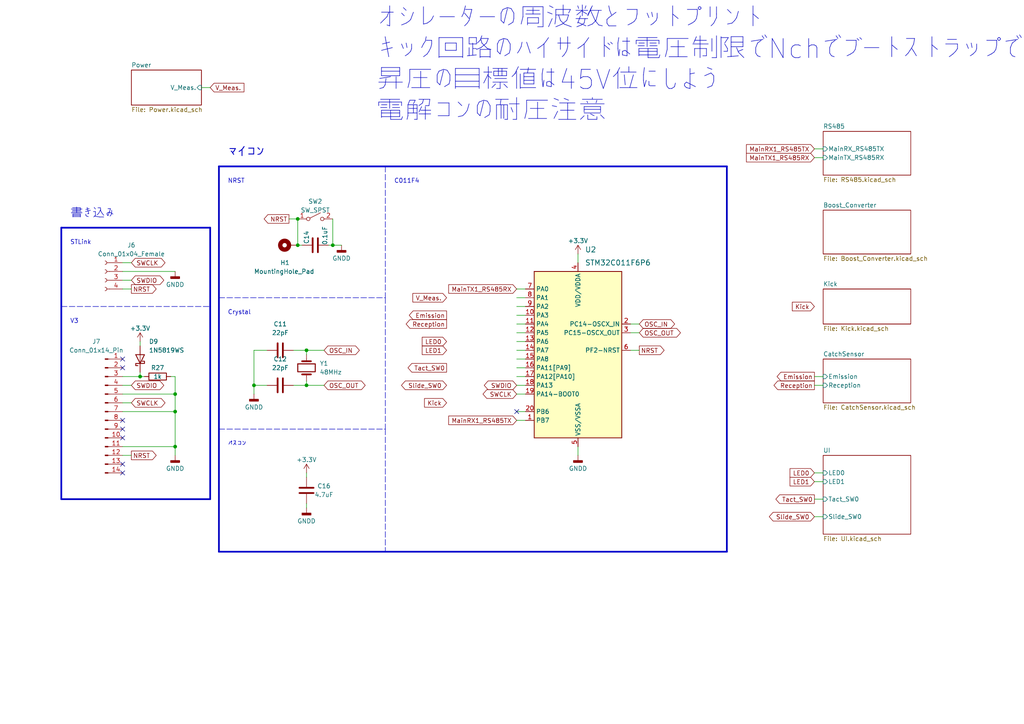
<source format=kicad_sch>
(kicad_sch (version 20230121) (generator eeschema)
  (paper "A4")
  (lib_symbols
    (symbol "Connector:Conn_01x04_Female" (pin_names (offset 1.016) hide)
      (property "Reference" "J" (at 0 5.08 0))
      (property "Value" "Conn_01x04_Female" (at 0 -7.62 0))
      (symbol "Conn_01x04_Female_1_1"
        (arc (start 0 -4.572) (mid -0.5058 -5.08) (end 0 -5.588) (stroke (width 0.1524)))
        (arc (start 0 -2.032) (mid -0.5058 -2.54) (end 0 -3.048) (stroke (width 0.1524)))
        (polyline (pts (xy -1.27 -5.08) (xy -0.508 -5.08)) (stroke (width 0.1524)))
        (polyline (pts (xy -1.27 -2.54) (xy -0.508 -2.54)) (stroke (width 0.1524)))
        (polyline (pts (xy -1.27 0) (xy -0.508 0)) (stroke (width 0.1524)))
        (polyline (pts (xy -1.27 2.54) (xy -0.508 2.54)) (stroke (width 0.1524)))
        (arc (start 0 0.508) (mid -0.5058 0) (end 0 -0.508) (stroke (width 0.1524)))
        (arc (start 0 3.048) (mid -0.5058 2.54) (end 0 2.032) (stroke (width 0.1524)))
        (pin passive line (at -5.08 2.54 0) (length 3.81) (name "Pin_1") (number "1"))
        (pin passive line (at -5.08 0 0) (length 3.81) (name "Pin_2") (number "2"))
        (pin passive line (at -5.08 -2.54 0) (length 3.81) (name "Pin_3") (number "3"))
        (pin passive line (at -5.08 -5.08 0) (length 3.81) (name "Pin_4") (number "4"))
      )
    )
    (symbol "Connector:Conn_01x14_Pin" (pin_names (offset 1.016) hide)
      (property "Reference" "J" (at 0 17.78 0))
      (property "Value" "Conn_01x14_Pin" (at 0 -20.32 0))
      (symbol "Conn_01x14_Pin_1_1"
        (polyline (pts (xy 1.27 -17.78) (xy 0.8636 -17.78)) (stroke (width 0.1524)))
        (polyline (pts (xy 1.27 -15.24) (xy 0.8636 -15.24)) (stroke (width 0.1524)))
        (polyline (pts (xy 1.27 -12.7) (xy 0.8636 -12.7)) (stroke (width 0.1524)))
        (polyline (pts (xy 1.27 -10.16) (xy 0.8636 -10.16)) (stroke (width 0.1524)))
        (polyline (pts (xy 1.27 -7.62) (xy 0.8636 -7.62)) (stroke (width 0.1524)))
        (polyline (pts (xy 1.27 -5.08) (xy 0.8636 -5.08)) (stroke (width 0.1524)))
        (polyline (pts (xy 1.27 -2.54) (xy 0.8636 -2.54)) (stroke (width 0.1524)))
        (polyline (pts (xy 1.27 0) (xy 0.8636 0)) (stroke (width 0.1524)))
        (polyline (pts (xy 1.27 2.54) (xy 0.8636 2.54)) (stroke (width 0.1524)))
        (polyline (pts (xy 1.27 5.08) (xy 0.8636 5.08)) (stroke (width 0.1524)))
        (polyline (pts (xy 1.27 7.62) (xy 0.8636 7.62)) (stroke (width 0.1524)))
        (polyline (pts (xy 1.27 10.16) (xy 0.8636 10.16)) (stroke (width 0.1524)))
        (polyline (pts (xy 1.27 12.7) (xy 0.8636 12.7)) (stroke (width 0.1524)))
        (polyline (pts (xy 1.27 15.24) (xy 0.8636 15.24)) (stroke (width 0.1524)))
        (rectangle (start 0.8636 -17.653) (end 0 -17.907) (stroke (width 0.1524)) (fill (type outline)))
        (rectangle (start 0.8636 -15.113) (end 0 -15.367) (stroke (width 0.1524)) (fill (type outline)))
        (rectangle (start 0.8636 -12.573) (end 0 -12.827) (stroke (width 0.1524)) (fill (type outline)))
        (rectangle (start 0.8636 -10.033) (end 0 -10.287) (stroke (width 0.1524)) (fill (type outline)))
        (rectangle (start 0.8636 -7.493) (end 0 -7.747) (stroke (width 0.1524)) (fill (type outline)))
        (rectangle (start 0.8636 -4.953) (end 0 -5.207) (stroke (width 0.1524)) (fill (type outline)))
        (rectangle (start 0.8636 -2.413) (end 0 -2.667) (stroke (width 0.1524)) (fill (type outline)))
        (rectangle (start 0.8636 0.127) (end 0 -0.127) (stroke (width 0.1524)) (fill (type outline)))
        (rectangle (start 0.8636 2.667) (end 0 2.413) (stroke (width 0.1524)) (fill (type outline)))
        (rectangle (start 0.8636 5.207) (end 0 4.953) (stroke (width 0.1524)) (fill (type outline)))
        (rectangle (start 0.8636 7.747) (end 0 7.493) (stroke (width 0.1524)) (fill (type outline)))
        (rectangle (start 0.8636 10.287) (end 0 10.033) (stroke (width 0.1524)) (fill (type outline)))
        (rectangle (start 0.8636 12.827) (end 0 12.573) (stroke (width 0.1524)) (fill (type outline)))
        (rectangle (start 0.8636 15.367) (end 0 15.113) (stroke (width 0.1524)) (fill (type outline)))
        (pin passive line (at 5.08 15.24 180) (length 3.81) (name "Pin_1") (number "1"))
        (pin passive line (at 5.08 -7.62 180) (length 3.81) (name "Pin_10") (number "10"))
        (pin passive line (at 5.08 -10.16 180) (length 3.81) (name "Pin_11") (number "11"))
        (pin passive line (at 5.08 -12.7 180) (length 3.81) (name "Pin_12") (number "12"))
        (pin passive line (at 5.08 -15.24 180) (length 3.81) (name "Pin_13") (number "13"))
        (pin passive line (at 5.08 -17.78 180) (length 3.81) (name "Pin_14") (number "14"))
        (pin passive line (at 5.08 12.7 180) (length 3.81) (name "Pin_2") (number "2"))
        (pin passive line (at 5.08 10.16 180) (length 3.81) (name "Pin_3") (number "3"))
        (pin passive line (at 5.08 7.62 180) (length 3.81) (name "Pin_4") (number "4"))
        (pin passive line (at 5.08 5.08 180) (length 3.81) (name "Pin_5") (number "5"))
        (pin passive line (at 5.08 2.54 180) (length 3.81) (name "Pin_6") (number "6"))
        (pin passive line (at 5.08 0 180) (length 3.81) (name "Pin_7") (number "7"))
        (pin passive line (at 5.08 -2.54 180) (length 3.81) (name "Pin_8") (number "8"))
        (pin passive line (at 5.08 -5.08 180) (length 3.81) (name "Pin_9") (number "9"))
      )
    )
    (symbol "D_Schottky_3" (pin_numbers hide) (pin_names (offset 1.016) hide)
      (property "Reference" "D" (at 0 2.54 0))
      (property "Value" "D_Schottky_3" (at 0 -2.54 0))
      (symbol "D_Schottky_3_0_1"
        (polyline (pts (xy 1.27 0) (xy -1.27 0)))
        (polyline (pts (xy 1.27 1.27) (xy 1.27 -1.27) (xy -1.27 0) (xy 1.27 1.27)) (stroke (width 0.254)))
        (polyline (pts (xy -1.905 0.635) (xy -1.905 1.27) (xy -1.27 1.27) (xy -1.27 -1.27) (xy -0.635 -1.27) (xy -0.635 -0.635)) (stroke (width 0.254)))
      )
      (symbol "D_Schottky_3_1_1"
        (pin passive line (at -3.81 0 0) (length 2.54) (name "K") (number "1"))
        (pin passive line (at 3.81 0 180) (length 2.54) (name "A") (number "2"))
      )
    )
    (symbol "Device:C" (pin_numbers hide) (pin_names (offset 0.254))
      (property "Reference" "C" (at 0.635 2.54 0))
      (property "Value" "C" (at 0.635 -2.54 0))
      (symbol "C_0_1"
        (polyline (pts (xy -2.032 -0.762) (xy 2.032 -0.762)) (stroke (width 0.508)))
        (polyline (pts (xy -2.032 0.762) (xy 2.032 0.762)) (stroke (width 0.508)))
      )
      (symbol "C_1_1"
        (pin passive line (at 0 3.81 270) (length 2.794) (name "~") (number "1"))
        (pin passive line (at 0 -3.81 90) (length 2.794) (name "~") (number "2"))
      )
    )
    (symbol "Device:Crystal" (pin_numbers hide) (pin_names (offset 1.016) hide)
      (property "Reference" "Y" (at 0 3.81 0))
      (property "Value" "Crystal" (at 0 -3.81 0))
      (symbol "Crystal_0_1"
        (rectangle (start -1.143 2.54) (end 1.143 -2.54) (stroke (width 0.3048)))
        (polyline (pts (xy -2.54 0) (xy -1.905 0)))
        (polyline (pts (xy -1.905 -1.27) (xy -1.905 1.27)) (stroke (width 0.508)))
        (polyline (pts (xy 1.905 -1.27) (xy 1.905 1.27)) (stroke (width 0.508)))
        (polyline (pts (xy 2.54 0) (xy 1.905 0)))
      )
      (symbol "Crystal_1_1"
        (pin passive line (at -3.81 0 0) (length 1.27) (name "1") (number "1"))
        (pin passive line (at 3.81 0 180) (length 1.27) (name "2") (number "2"))
      )
    )
    (symbol "Device:R" (pin_numbers hide) (pin_names (offset 0))
      (property "Reference" "R" (at 2.032 0 90))
      (property "Value" "R" (at 0 0 90))
      (symbol "R_0_1"
        (rectangle (start -1.016 -2.54) (end 1.016 2.54) (stroke (width 0.254)))
      )
      (symbol "R_1_1"
        (pin passive line (at 0 3.81 270) (length 1.27) (name "~") (number "1"))
        (pin passive line (at 0 -3.81 90) (length 1.27) (name "~") (number "2"))
      )
    )
    (symbol "Mechanical:MountingHole_Pad" (pin_numbers hide) (pin_names (offset 1.016) hide)
      (property "Reference" "H" (at 0 6.35 0))
      (property "Value" "MountingHole_Pad" (at 0 4.445 0))
      (symbol "MountingHole_Pad_0_1"
        (circle (center 0 1.27) (radius 1.27) (stroke (width 1.27)))
      )
      (symbol "MountingHole_Pad_1_1"
        (pin input line (at 0 -2.54 90) (length 2.54) (name "1") (number "1"))
      )
    )
    (symbol "STM32C011F4P6:STM32C011F4P6"
      (property "Reference" "U" (at 12.7 27.94 0))
      (property "Value" "STM32C011F4P6" (at 12.7 25.4 0))
      (symbol "STM32C011F4P6_0_1"
        (rectangle (start -12.7 22.86) (end 12.7 -25.4) (stroke (width 0.254)) (fill (type background)))
        (pin bidirectional line (at -15.24 -20.32 0) (length 2.54) (name "PB7") (number "1"))
        (pin bidirectional line (at -15.24 10.16 0) (length 2.54) (name "PA3") (number "10"))
        (pin bidirectional line (at -15.24 7.62 0) (length 2.54) (name "PA4") (number "11"))
        (pin bidirectional line (at -15.24 5.08 0) (length 2.54) (name "PA5") (number "12"))
        (pin bidirectional line (at -15.24 2.54 0) (length 2.54) (name "PA6") (number "13"))
        (pin bidirectional line (at -15.24 0 0) (length 2.54) (name "PA7") (number "14"))
        (pin bidirectional line (at -15.24 -2.54 0) (length 2.54) (name "PA8") (number "15"))
        (pin bidirectional line (at -15.24 -5.08 0) (length 2.54) (name "PA11[PA9]") (number "16"))
        (pin bidirectional line (at -15.24 -7.62 0) (length 2.54) (name "PA12[PA10]") (number "17"))
        (pin bidirectional line (at -15.24 -10.16 0) (length 2.54) (name "PA13") (number "18"))
        (pin bidirectional line (at -15.24 -12.7 0) (length 2.54) (name "PA14-BOOT0") (number "19"))
        (pin bidirectional line (at 15.24 7.62 180) (length 2.54) (name "PC14-OSCX_IN") (number "2"))
        (pin bidirectional line (at -15.24 -17.78 0) (length 2.54) (name "PB6") (number "20"))
        (pin bidirectional line (at 15.24 5.08 180) (length 2.54) (name "PC15-OSCX_OUT") (number "3"))
        (pin power_in line (at 0 25.4 270) (length 2.54) (name "VDD/VDDA") (number "4"))
        (pin power_in line (at 0 -27.94 90) (length 2.54) (name "VSS/VSSA") (number "5"))
        (pin bidirectional line (at 15.24 0 180) (length 2.54) (name "PF2-NRST") (number "6"))
        (pin bidirectional line (at -15.24 17.78 0) (length 2.54) (name "PA0") (number "7"))
        (pin bidirectional line (at -15.24 15.24 0) (length 2.54) (name "PA1") (number "8"))
        (pin bidirectional line (at -15.24 12.7 0) (length 2.54) (name "PA2") (number "9"))
      )
    )
    (symbol "Switch:SW_SPST" (pin_names (offset 0) hide)
      (property "Reference" "SW" (at 0 3.175 0))
      (property "Value" "SW_SPST" (at 0 -2.54 0))
      (symbol "SW_SPST_0_0"
        (circle (center -2.032 0) (radius 0.508))
        (polyline (pts (xy -1.524 0.254) (xy 1.524 1.778)))
        (circle (center 2.032 0) (radius 0.508))
      )
      (symbol "SW_SPST_1_1"
        (pin passive line (at -5.08 0 0) (length 2.54) (name "A") (number "1"))
        (pin passive line (at 5.08 0 180) (length 2.54) (name "B") (number "2"))
      )
    )
    (symbol "power:+3.3V" (power) (pin_names (offset 0))
      (property "Value" "+3.3V" (at 0 3.556 0))
      (symbol "+3.3V_0_1"
        (polyline (pts (xy -0.762 1.27) (xy 0 2.54)))
        (polyline (pts (xy 0 0) (xy 0 2.54)))
        (polyline (pts (xy 0 2.54) (xy 0.762 1.27)))
      )
      (symbol "+3.3V_1_1"
        (pin power_in line (at 0 0 90) (length 0) hide (name "+3.3V") (number "1"))
      )
    )
    (symbol "power:GNDD" (power) (pin_names (offset 0))
      (property "Value" "GNDD" (at 0 -3.175 0))
      (symbol "GNDD_0_1"
        (rectangle (start -1.27 -1.524) (end 1.27 -2.032) (stroke (width 0.254)) (fill (type outline)))
        (polyline (pts (xy 0 0) (xy 0 -1.524)))
      )
      (symbol "GNDD_1_1"
        (pin power_in line (at 0 0 270) (length 0) hide (name "GNDD") (number "1"))
      )
    )
  )
  (junction (at 50.8 129.54))
  (junction (at 86.36 63.5))
  (junction (at 50.8 119.38))
  (junction (at 96.52 71.12))
  (junction (at 73.66 111.76))
  (junction (at 88.9 111.76))
  (junction (at 86.36 71.12))
  (junction (at 50.8 114.3))
  (junction (at 88.9 101.6))
  (junction (at 40.64 109.22))
  (no_connect (at 35.56 134.62))
  (no_connect (at 35.56 106.68))
  (no_connect (at 35.56 104.14))
  (no_connect (at 35.56 137.16))
  (no_connect (at 149.86 119.38))
  (no_connect (at 35.56 121.92))
  (no_connect (at 35.56 127))
  (no_connect (at 35.56 124.46))
  (wire (pts (xy 35.56 129.54) (xy 50.8 129.54)))
  (wire (pts (xy 35.56 116.84) (xy 38.1 116.84)))
  (wire (pts (xy 50.8 132.08) (xy 50.8 129.54)))
  (wire (pts (xy 35.56 78.74) (xy 50.8 78.74)))
  (wire (pts (xy 149.86 86.36) (xy 152.4 86.36)))
  (wire (pts (xy 149.86 121.92) (xy 152.4 121.92)))
  (wire (pts (xy 77.47 101.6) (xy 73.66 101.6)))
  (wire (pts (xy 182.88 101.6) (xy 185.42 101.6)))
  (wire (pts (xy 236.22 111.76) (xy 238.76 111.76)))
  (polyline (pts (xy 63.5 124.46) (xy 111.76 124.46)) (stroke (width 0) (type dash)))
  (wire (pts (xy 49.53 109.22) (xy 50.8 109.22)))
  (wire (pts (xy 149.86 114.3) (xy 152.4 114.3)))
  (polyline (pts (xy 17.78 144.78) (xy 60.96 144.78)) (stroke (width 0.5) (type solid)))
  (wire (pts (xy 86.36 63.5) (xy 86.36 71.12)))
  (wire (pts (xy 83.82 63.5) (xy 86.36 63.5)))
  (wire (pts (xy 35.56 114.3) (xy 50.8 114.3)))
  (wire (pts (xy 88.9 137.16) (xy 88.9 138.43)))
  (polyline (pts (xy 60.96 66.04) (xy 60.96 144.78)) (stroke (width 0.5) (type solid)))
  (wire (pts (xy 88.9 146.05) (xy 88.9 147.32)))
  (wire (pts (xy 35.56 132.08) (xy 38.1 132.08)))
  (wire (pts (xy 40.64 109.22) (xy 41.91 109.22)))
  (wire (pts (xy 149.86 88.9) (xy 152.4 88.9)))
  (wire (pts (xy 167.64 129.54) (xy 167.64 132.08)))
  (wire (pts (xy 35.56 76.2) (xy 38.1 76.2)))
  (wire (pts (xy 149.86 91.44) (xy 152.4 91.44)))
  (wire (pts (xy 88.9 110.49) (xy 88.9 111.76)))
  (wire (pts (xy 149.86 101.6) (xy 152.4 101.6)))
  (wire (pts (xy 88.9 111.76) (xy 93.98 111.76)))
  (wire (pts (xy 40.64 107.95) (xy 40.64 109.22)))
  (wire (pts (xy 35.56 83.82) (xy 38.1 83.82)))
  (wire (pts (xy 149.86 106.68) (xy 152.4 106.68)))
  (wire (pts (xy 35.56 119.38) (xy 50.8 119.38)))
  (wire (pts (xy 236.22 139.7) (xy 238.76 139.7)))
  (polyline (pts (xy 63.5 48.26) (xy 210.82 48.26)) (stroke (width 0.5) (type solid)))
  (wire (pts (xy 149.86 109.22) (xy 152.4 109.22)))
  (polyline (pts (xy 63.5 86.36) (xy 111.76 86.36)) (stroke (width 0) (type dash)))
  (wire (pts (xy 50.8 109.22) (xy 50.8 114.3)))
  (wire (pts (xy 50.8 119.38) (xy 50.8 114.3)))
  (wire (pts (xy 149.86 96.52) (xy 152.4 96.52)))
  (wire (pts (xy 182.88 96.52) (xy 185.42 96.52)))
  (wire (pts (xy 96.52 63.5) (xy 96.52 71.12)))
  (wire (pts (xy 58.42 25.4) (xy 60.96 25.4)))
  (wire (pts (xy 149.86 93.98) (xy 152.4 93.98)))
  (wire (pts (xy 85.09 111.76) (xy 88.9 111.76)))
  (wire (pts (xy 236.22 137.16) (xy 238.76 137.16)))
  (wire (pts (xy 73.66 111.76) (xy 73.66 114.3)))
  (polyline (pts (xy 111.76 48.26) (xy 111.76 86.36)) (stroke (width 0) (type dash)))
  (wire (pts (xy 149.86 99.06) (xy 152.4 99.06)))
  (wire (pts (xy 40.64 99.06) (xy 40.64 100.33)))
  (polyline (pts (xy 210.82 160.02) (xy 210.82 48.26)) (stroke (width 0.5) (type solid)))
  (wire (pts (xy 85.09 101.6) (xy 88.9 101.6)))
  (wire (pts (xy 86.36 71.12) (xy 87.63 71.12)))
  (polyline (pts (xy 63.5 48.26) (xy 63.5 160.02)) (stroke (width 0.5) (type solid)))
  (wire (pts (xy 149.86 111.76) (xy 152.4 111.76)))
  (wire (pts (xy 96.52 71.12) (xy 99.06 71.12)))
  (wire (pts (xy 88.9 101.6) (xy 88.9 102.87)))
  (wire (pts (xy 35.56 81.28) (xy 38.1 81.28)))
  (wire (pts (xy 73.66 101.6) (xy 73.66 111.76)))
  (wire (pts (xy 50.8 129.54) (xy 50.8 119.38)))
  (polyline (pts (xy 17.78 88.9) (xy 60.96 88.9)) (stroke (width 0) (type dash)))
  (wire (pts (xy 236.22 45.72) (xy 238.76 45.72)))
  (polyline (pts (xy 111.76 124.46) (xy 111.76 160.02)) (stroke (width 0) (type dash)))
  (wire (pts (xy 149.86 119.38) (xy 152.4 119.38)))
  (wire (pts (xy 149.86 104.14) (xy 152.4 104.14)))
  (wire (pts (xy 88.9 101.6) (xy 93.98 101.6)))
  (wire (pts (xy 35.56 111.76) (xy 38.1 111.76)))
  (wire (pts (xy 236.22 149.86) (xy 238.76 149.86)))
  (polyline (pts (xy 17.78 66.04) (xy 17.78 144.78)) (stroke (width 0.5) (type solid)))
  (wire (pts (xy 40.64 109.22) (xy 35.56 109.22)))
  (polyline (pts (xy 111.76 86.36) (xy 111.76 124.46)) (stroke (width 0) (type dash)))
  (wire (pts (xy 73.66 111.76) (xy 77.47 111.76)))
  (polyline (pts (xy 63.5 160.02) (xy 210.82 160.02)) (stroke (width 0.5) (type solid)))
  (wire (pts (xy 149.86 83.82) (xy 152.4 83.82)))
  (wire (pts (xy 182.88 93.98) (xy 185.42 93.98)))
  (wire (pts (xy 96.52 71.12) (xy 95.25 71.12)))
  (wire (pts (xy 167.64 73.66) (xy 167.64 76.2)))
  (wire (pts (xy 236.22 144.78) (xy 238.76 144.78)))
  (wire (pts (xy 236.22 109.22) (xy 238.76 109.22)))
  (wire (pts (xy 236.22 43.18) (xy 238.76 43.18)))
  (polyline (pts (xy 17.78 66.04) (xy 60.96 66.04)) (stroke (width 0.5) (type solid)))
  (text "書き込み" (at 20.32 63.5 0) (effects (font (size 2.54 2.54)) (justify left bottom)))
  (text "NRST" (at 66.04 53.34 0) (effects (font (size 1.27 1.27)) (justify left bottom)))
  (text "オシレーターの周波数とフットプリント\nキック回路のハイサイドは電圧制限でNchでブートストラップできない問題\n昇圧の目標値は45V位にしよう\n電解コンの耐圧注意" (at 109.22 35.56 0) (effects (font (size 5.56 5.56)) (justify left bottom)))
  (text "C011F4" (at 114.3 53.34 0) (effects (font (size 1.27 1.27)) (justify left bottom)))
  (text "マイコン" (at 66.04 45.72 0) (effects (font (size 2.54 2.54) (thickness 0.254) bold) (justify left bottom)))
  (text "Crystal" (at 66.04 91.44 0) (effects (font (size 1.27 1.27)) (justify left bottom)))
  (text "STLink" (at 20.32 71.12 0) (effects (font (size 1.27 1.27)) (justify left bottom)))
  (text "V3" (at 20.32 93.98 0) (effects (font (size 1.27 1.27)) (justify left bottom)))
  (text "パスコン" (at 66.04 129.54 0) (effects (font (size 1.27 1.27)) (justify left bottom)))
  (global_label "SWDIO" (shape bidirectional) (at 38.1 111.76 0) (property "Intersheetrefs" "${INTERSHEET_REFS}" (effects hide)))
  (global_label "Emission" (shape output) (at 129.54 91.44 180) (property "Intersheetrefs" "${INTERSHEET_REFS}" (effects hide)))
  (global_label "SWDIO" (shape bidirectional) (at 38.1 81.28 0) (property "Intersheetrefs" "${INTERSHEET_REFS}" (effects hide)))
  (global_label "Tact_SW0" (shape output) (at 236.22 144.78 180) (property "Intersheetrefs" "${INTERSHEET_REFS}" (effects hide)))
  (global_label "SWCLK" (shape bidirectional) (at 38.1 76.2 0) (property "Intersheetrefs" "${INTERSHEET_REFS}" (effects hide)))
  (global_label "NRST" (shape output) (at 185.42 101.6 0) (property "Intersheetrefs" "${INTERSHEET_REFS}" (effects hide)))
  (global_label "SWCLK" (shape bidirectional) (at 149.86 114.3 180) (property "Intersheetrefs" "${INTERSHEET_REFS}" (effects hide)))
  (global_label "Slide_SW0" (shape bidirectional) (at 236.22 149.86 180) (property "Intersheetrefs" "${INTERSHEET_REFS}" (effects hide)))
  (global_label "LED0" (shape input) (at 236.22 137.16 180) (property "Intersheetrefs" "${INTERSHEET_REFS}" (effects hide)))
  (global_label "LED1" (shape input) (at 129.54 101.6 180) (property "Intersheetrefs" "${INTERSHEET_REFS}" (effects hide)))
  (global_label "NRST" (shape output) (at 38.1 132.08 0) (property "Intersheetrefs" "${INTERSHEET_REFS}" (effects hide)))
  (global_label "LED0" (shape input) (at 129.54 99.06 180) (property "Intersheetrefs" "${INTERSHEET_REFS}" (effects hide)))
  (global_label "MainRX1_RS485TX" (shape input) (at 236.22 43.18 180) (property "Intersheetrefs" "${INTERSHEET_REFS}" (effects hide)))
  (global_label "MainTX1_RS485RX" (shape input) (at 236.22 45.72 180) (property "Intersheetrefs" "${INTERSHEET_REFS}" (effects hide)))
  (global_label "OSC_OUT" (shape bidirectional) (at 185.42 96.52 0) (property "Intersheetrefs" "${INTERSHEET_REFS}" (effects hide)))
  (global_label "SWCLK" (shape bidirectional) (at 38.1 116.84 0) (property "Intersheetrefs" "${INTERSHEET_REFS}" (effects hide)))
  (global_label "LED1" (shape input) (at 236.22 139.7 180) (property "Intersheetrefs" "${INTERSHEET_REFS}" (effects hide)))
  (global_label "NRST" (shape output) (at 83.82 63.5 180) (property "Intersheetrefs" "${INTERSHEET_REFS}" (effects hide)))
  (global_label "MainRX1_RS485TX" (shape input) (at 149.86 121.92 180) (property "Intersheetrefs" "${INTERSHEET_REFS}" (effects hide)))
  (global_label "Kick" (shape input) (at 129.54 116.84 180) (property "Intersheetrefs" "${INTERSHEET_REFS}" (effects hide)))
  (global_label "Emission" (shape output) (at 236.22 109.22 180) (property "Intersheetrefs" "${INTERSHEET_REFS}" (effects hide)))
  (global_label "Reception" (shape output) (at 236.22 111.76 180) (property "Intersheetrefs" "${INTERSHEET_REFS}" (effects hide)))
  (global_label "Slide_SW0" (shape bidirectional) (at 129.54 111.76 180) (property "Intersheetrefs" "${INTERSHEET_REFS}" (effects hide)))
  (global_label "Reception" (shape output) (at 129.54 93.98 180) (property "Intersheetrefs" "${INTERSHEET_REFS}" (effects hide)))
  (global_label "Kick" (shape input) (at 236.22 88.9 180) (property "Intersheetrefs" "${INTERSHEET_REFS}" (effects hide)))
  (global_label "OSC_IN" (shape bidirectional) (at 93.98 101.6 0) (property "Intersheetrefs" "${INTERSHEET_REFS}" (effects hide)))
  (global_label "Tact_SW0" (shape output) (at 129.54 106.68 180) (property "Intersheetrefs" "${INTERSHEET_REFS}" (effects hide)))
  (global_label "MainTX1_RS485RX" (shape input) (at 149.86 83.82 180) (property "Intersheetrefs" "${INTERSHEET_REFS}" (effects hide)))
  (global_label "OSC_OUT" (shape bidirectional) (at 93.98 111.76 0) (property "Intersheetrefs" "${INTERSHEET_REFS}" (effects hide)))
  (global_label "NRST" (shape output) (at 38.1 83.82 0) (property "Intersheetrefs" "${INTERSHEET_REFS}" (effects hide)))
  (global_label "V_Meas." (shape input) (at 129.54 86.36 180) (property "Intersheetrefs" "${INTERSHEET_REFS}" (effects hide)))
  (global_label "OSC_IN" (shape bidirectional) (at 185.42 93.98 0) (property "Intersheetrefs" "${INTERSHEET_REFS}" (effects hide)))
  (global_label "SWDIO" (shape bidirectional) (at 149.86 111.76 180) (property "Intersheetrefs" "${INTERSHEET_REFS}" (effects hide)))
  (global_label "V_Meas." (shape input) (at 60.96 25.4 0) (property "Intersheetrefs" "${INTERSHEET_REFS}" (effects hide)))
  (symbol (lib_id "Switch:SW_SPST") (at 91.44 63.5 0) (unit 1)
    (property "Reference" "SW2" (at 91.44 58.42 0))
    (property "Value" "SW_SPST" (at 91.44 60.96 0))
    (property "Footprint" "Button_Switch_SMD:SW_SPST_Omron_B3FS-100xP" (effects hide))
  )
  (symbol (lib_id "power:GNDD") (at 73.66 114.3 0) (unit 1)
    (property "Reference" "#PWR030" (effects hide))
    (property "Value" "GNDD" (at 73.66 118.11 0))
  )
  (symbol (lib_id "power:GNDD") (at 50.8 132.08 0) (unit 1)
    (property "Reference" "#PWR058" (effects hide))
    (property "Value" "GNDD" (at 50.8 135.89 0))
  )
  (symbol (lib_id "Connector:Conn_01x14_Pin") (at 30.48 119.38 0) (unit 1)
    (property "Reference" "J7" (at 27.94 99.06 0))
    (property "Value" "Conn_01x14_Pin" (at 27.94 101.6 0))
    (property "Footprint" "MyLibrary:BoxHeader_2x07_P1.27mm_Horizontal" (effects hide))
  )
  (symbol (lib_name "D_Schottky_3") (lib_id "Device:D_Schottky") (at 40.64 104.14 90) (unit 1)
    (property "Reference" "D9" (at 43.18 99.06 90) (effects (justify right)))
    (property "Value" "1N5819WS" (at 43.18 101.6 90) (effects (justify right)))
    (property "Footprint" "Diode_SMD:D_SOD-323_HandSoldering" (effects hide))
  )
  (symbol (lib_id "STM32C011F4P6:STM32C011F4P6") (at 167.64 101.6 0) (unit 1)
    (property "Reference" "U2" (at 169.6594 72.39 0) (effects (font (size 1.524 1.524)) (justify left)))
    (property "Value" "STM32C011F6P6" (at 169.6594 76.2 0) (effects (font (size 1.524 1.524)) (justify left)))
    (property "Footprint" "Package_SO:TSSOP-20_4.4x6.5mm_P0.65mm" (effects hide))
    (property "Datasheet" "STM32C011F4P6" (effects hide))
  )
  (symbol (lib_id "power:+3.3V") (at 88.9 137.16 0) (unit 1)
    (property "Reference" "#PWR031" (effects hide))
    (property "Value" "+3.3V" (at 88.9 133.35 0))
  )
  (symbol (lib_id "Device:C") (at 91.44 71.12 90) (unit 1)
    (property "Reference" "C14" (at 88.9 68.834 0))
    (property "Value" "0.1uF" (at 94.234 68.326 0))
    (property "Footprint" "Capacitor_SMD:C_0402_1005Metric" (effects hide))
  )
  (symbol (lib_id "Connector:Conn_01x04_Female") (at 30.48 78.74 0) (mirror y) (unit 1)
    (property "Reference" "J6" (at 38.1 71.12 0))
    (property "Value" "Conn_01x04_Female" (at 38.1 73.66 0))
    (property "Footprint" "Connector_PinHeader_2.54mm:PinHeader_1x04_P2.54mm_Vertical" (effects hide))
  )
  (symbol (lib_id "Device:C") (at 88.9 142.24 180) (unit 1)
    (property "Reference" "C16" (at 93.98 140.97 0))
    (property "Value" "4.7uF" (at 93.98 143.51 0))
    (property "Footprint" "Capacitor_SMD:C_0603_1608Metric" (effects hide))
  )
  (symbol (lib_id "Device:R") (at 45.72 109.22 90) (mirror x) (unit 1)
    (property "Reference" "R27" (at 45.72 106.68 90))
    (property "Value" "1k" (at 45.72 109.22 90))
    (property "Footprint" "Resistor_SMD:R_0402_1005Metric" (effects hide))
  )
  (symbol (lib_id "power:GNDD") (at 50.8 78.74 0) (unit 1)
    (property "Reference" "#PWR057" (effects hide))
    (property "Value" "GNDD" (at 50.8 82.55 0))
  )
  (symbol (lib_id "power:GNDD") (at 99.06 71.12 0) (unit 1)
    (property "Reference" "#PWR033" (effects hide))
    (property "Value" "GNDD" (at 99.06 74.93 0))
  )
  (symbol (lib_id "Device:C") (at 81.28 101.6 90) (unit 1)
    (property "Reference" "C11" (at 81.28 93.98 90))
    (property "Value" "22pF" (at 81.28 96.52 90))
    (property "Footprint" "Capacitor_SMD:C_0603_1608Metric" (effects hide))
  )
  (symbol (lib_id "power:GNDD") (at 167.64 132.08 0) (unit 1)
    (property "Reference" "#PWR035" (effects hide))
    (property "Value" "GNDD" (at 167.64 135.89 0))
  )
  (symbol (lib_id "Mechanical:MountingHole_Pad") (at 83.82 71.12 90) (unit 1)
    (property "Reference" "H1" (at 81.28 76.2 90) (effects (justify right)))
    (property "Value" "MountingHole_Pad" (at 73.66 78.74 90) (effects (justify right)))
    (property "Footprint" "TestPoint:TestPoint_Pad_1.5x1.5mm" (effects hide))
  )
  (symbol (lib_id "Device:C") (at 81.28 111.76 90) (unit 1)
    (property "Reference" "C12" (at 81.28 104.14 90))
    (property "Value" "22pF" (at 81.28 106.68 90))
    (property "Footprint" "Capacitor_SMD:C_0603_1608Metric" (effects hide))
  )
  (symbol (lib_id "power:+3.3V") (at 167.64 73.66 0) (unit 1)
    (property "Reference" "#PWR034" (effects hide))
    (property "Value" "+3.3V" (at 167.64 69.85 0))
  )
  (symbol (lib_id "Device:Crystal") (at 88.9 106.68 90) (unit 1)
    (property "Reference" "Y1" (at 92.71 105.4099 90) (effects (justify right)))
    (property "Value" "48MHz" (at 92.71 107.9499 90) (effects (justify right)))
    (property "Footprint" "Crystal:Crystal_SMD_HC49-SD" (effects hide))
  )
  (symbol (lib_id "power:GNDD") (at 88.9 147.32 0) (unit 1)
    (property "Reference" "#PWR032" (effects hide))
    (property "Value" "GNDD" (at 88.9 151.13 0))
  )
  (symbol (lib_id "power:+3.3V") (at 40.64 99.06 0) (unit 1)
    (property "Reference" "#PWR056" (effects hide))
    (property "Value" "+3.3V" (at 40.64 95.25 0))
  )
  (sheet (at 238.76 83.82) (size 25.4 10.16) (stroke (width 0.1524))
    (property "Sheetname" "Kick" (at 238.76 83.1084 0) (effects (justify left bottom)))
    (property "Sheetfile" "Kick.kicad_sch" (at 238.76 94.5646 0) (effects (justify left top)))
  )
  (sheet (at 238.76 60.96) (size 25.4 12.7) (stroke (width 0.1524))
    (property "Sheetname" "Boost_Converter" (at 238.76 60.2484 0) (effects (justify left bottom)))
    (property "Sheetfile" "Boost_Converter.kicad_sch" (at 238.76 74.2446 0) (effects (justify left top)))
  )
  (sheet (at 238.76 104.14) (size 25.4 12.7) (stroke (width 0.1524))
    (property "Sheetname" "CatchSensor" (at 238.76 103.4284 0) (effects (justify left bottom)))
    (property "Sheetfile" "CatchSensor.kicad_sch" (at 238.76 117.4246 0) (effects (justify left top)))
    (pin "Emission" input (at 238.76 109.22 180))
    (pin "Reception" input (at 238.76 111.76 180))
  )
  (sheet (at 238.76 38.1) (size 25.4 12.7) (stroke (width 0.1524))
    (property "Sheetname" "RS485" (at 238.76 37.3884 0) (effects (justify left bottom)))
    (property "Sheetfile" "RS485.kicad_sch" (at 238.76 51.3846 0) (effects (justify left top)))
    (pin "MainTX_RS485RX" input (at 238.76 45.72 180))
    (pin "MainRX_RS485TX" input (at 238.76 43.18 180))
  )
  (sheet (at 238.76 132.08) (size 25.4 22.86) (stroke (width 0.1524))
    (property "Sheetname" "UI" (at 238.76 131.3684 0) (effects (justify left bottom)))
    (property "Sheetfile" "UI.kicad_sch" (at 238.76 155.5246 0) (effects (justify left top)))
    (pin "Slide_SW0" input (at 238.76 149.86 180))
    (pin "LED1" input (at 238.76 139.7 180))
    (pin "Tact_SW0" input (at 238.76 144.78 180))
    (pin "LED0" input (at 238.76 137.16 180))
  )
  (sheet (at 38.1 20.32) (size 20.32 10.16) (stroke (width 0.1524))
    (property "Sheetname" "Power" (at 38.1 19.6084 0) (effects (justify left bottom)))
    (property "Sheetfile" "Power.kicad_sch" (at 38.1 31.0646 0) (effects (justify left top)))
    (pin "V_Meas." input (at 58.42 25.4 0))
  )
)
</source>
